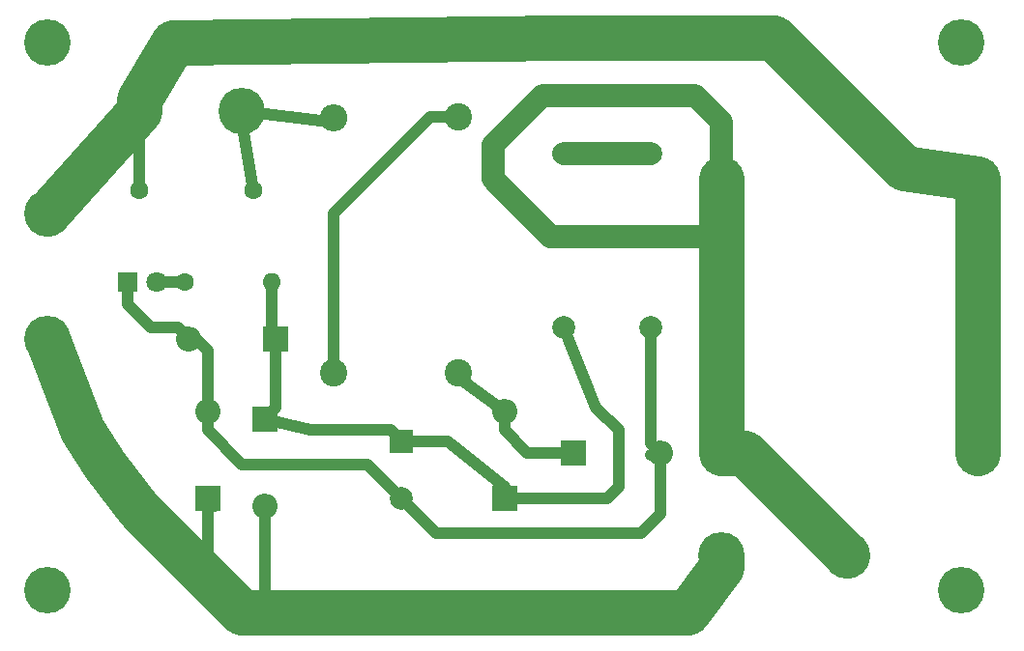
<source format=gbr>
G04 #@! TF.FileFunction,Copper,L2,Bot,Signal*
%FSLAX46Y46*%
G04 Gerber Fmt 4.6, Leading zero omitted, Abs format (unit mm)*
G04 Created by KiCad (PCBNEW 4.0.7) date 08/23/20 20:58:51*
%MOMM*%
%LPD*%
G01*
G04 APERTURE LIST*
%ADD10C,0.100000*%
%ADD11C,1.600000*%
%ADD12C,2.400000*%
%ADD13R,2.000000X2.000000*%
%ADD14C,2.000000*%
%ADD15R,2.200000X2.200000*%
%ADD16O,2.200000X2.200000*%
%ADD17R,1.800000X1.800000*%
%ADD18C,1.800000*%
%ADD19C,4.064000*%
%ADD20O,2.400000X2.400000*%
%ADD21O,1.600000X1.600000*%
%ADD22C,1.000000*%
%ADD23C,2.000000*%
%ADD24C,4.000000*%
G04 APERTURE END LIST*
D10*
D11*
X118000000Y-42000000D03*
X108000000Y-42000000D03*
D12*
X136000000Y-58000000D03*
X136000000Y-35500000D03*
D13*
X131000000Y-64000000D03*
D14*
X131000000Y-69000000D03*
D15*
X140000000Y-69000000D03*
D16*
X140000000Y-61380000D03*
D15*
X146000000Y-65000000D03*
D16*
X153620000Y-65000000D03*
D15*
X119000000Y-62000000D03*
D16*
X119000000Y-69620000D03*
D15*
X114000000Y-69000000D03*
D16*
X114000000Y-61380000D03*
D15*
X120000000Y-55000000D03*
D16*
X112380000Y-55000000D03*
D17*
X107000000Y-50000000D03*
D18*
X109540000Y-50000000D03*
D19*
X100000000Y-44000000D03*
X100000000Y-55000000D03*
X108000000Y-35000000D03*
X117000000Y-35000000D03*
X159000000Y-74000000D03*
X170000000Y-74000000D03*
D12*
X125000000Y-58000000D03*
D20*
X125000000Y-35600000D03*
D11*
X112000000Y-50000000D03*
D21*
X119620000Y-50000000D03*
D12*
X159000000Y-41000000D03*
D20*
X181400000Y-41000000D03*
D12*
X159000000Y-65000000D03*
D20*
X181400000Y-65000000D03*
D12*
X159000000Y-57000000D03*
D20*
X181400000Y-57000000D03*
D12*
X159000000Y-49000000D03*
D20*
X181400000Y-49000000D03*
D14*
X145200000Y-54000000D03*
X145200000Y-38760000D03*
X145200000Y-28600000D03*
X145200000Y-33680000D03*
X152800000Y-54000000D03*
X152800000Y-33680000D03*
X152800000Y-38760000D03*
X152800000Y-28600000D03*
D19*
X180000000Y-77000000D03*
X180000000Y-29000000D03*
X100000000Y-29000000D03*
X100000000Y-77000000D03*
D22*
X117000000Y-35000000D02*
X117000000Y-36000000D01*
X117000000Y-36000000D02*
X118000000Y-42000000D01*
X117000000Y-35000000D02*
X124600000Y-36000000D01*
X124600000Y-36000000D02*
X125000000Y-35600000D01*
D23*
X117400000Y-34600000D02*
X117000000Y-35000000D01*
D24*
X181400000Y-57000000D02*
X181400000Y-65000000D01*
X181400000Y-49000000D02*
X181400000Y-57000000D01*
X181400000Y-41000000D02*
X181400000Y-49000000D01*
X152800000Y-28600000D02*
X163600000Y-28600000D01*
X163600000Y-28600000D02*
X175000000Y-40000000D01*
X175000000Y-40000000D02*
X181400000Y-41000000D01*
X145200000Y-28600000D02*
X152800000Y-28600000D01*
X108000000Y-35000000D02*
X108000000Y-34000000D01*
X108000000Y-34000000D02*
X111000000Y-29000000D01*
X111000000Y-29000000D02*
X145200000Y-28600000D01*
D22*
X108000000Y-35000000D02*
X108000000Y-42000000D01*
D24*
X108000000Y-35000000D02*
X108000000Y-34000000D01*
X100000000Y-44000000D02*
X108000000Y-35000000D01*
D22*
X140000000Y-61380000D02*
X140000000Y-63000000D01*
X142000000Y-65000000D02*
X146000000Y-65000000D01*
X140000000Y-63000000D02*
X142000000Y-65000000D01*
X136000000Y-58000000D02*
X136000000Y-58380000D01*
X136000000Y-58380000D02*
X140000000Y-61380000D01*
X136000000Y-35500000D02*
X133500000Y-35500000D01*
X125000000Y-44000000D02*
X125000000Y-58000000D01*
X133500000Y-35500000D02*
X125000000Y-44000000D01*
X120000000Y-55000000D02*
X120000000Y-61000000D01*
X120000000Y-61000000D02*
X119000000Y-62000000D01*
X119620000Y-50000000D02*
X119620000Y-54620000D01*
X119620000Y-54620000D02*
X120000000Y-55000000D01*
X145200000Y-54000000D02*
X148000000Y-61000000D01*
X149000000Y-69000000D02*
X140000000Y-69000000D01*
X150000000Y-68000000D02*
X149000000Y-69000000D01*
X150000000Y-63000000D02*
X150000000Y-68000000D01*
X148000000Y-61000000D02*
X150000000Y-63000000D01*
X119000000Y-62000000D02*
X123000000Y-63000000D01*
X123000000Y-63000000D02*
X130000000Y-63000000D01*
X130000000Y-63000000D02*
X131000000Y-64000000D01*
X131000000Y-64000000D02*
X135000000Y-64000000D01*
X135000000Y-64000000D02*
X140000000Y-68000000D01*
X140000000Y-68000000D02*
X140000000Y-69000000D01*
X153620000Y-65000000D02*
X153620000Y-70380000D01*
X134000000Y-72000000D02*
X131000000Y-69000000D01*
X152000000Y-72000000D02*
X134000000Y-72000000D01*
X153620000Y-70380000D02*
X152000000Y-72000000D01*
X107000000Y-50000000D02*
X107000000Y-52000000D01*
X111380000Y-54000000D02*
X112380000Y-55000000D01*
X109000000Y-54000000D02*
X111380000Y-54000000D01*
X107000000Y-52000000D02*
X109000000Y-54000000D01*
X112380000Y-55000000D02*
X113000000Y-55000000D01*
X113000000Y-55000000D02*
X114000000Y-56000000D01*
X114000000Y-56000000D02*
X114000000Y-61380000D01*
X152800000Y-54000000D02*
X152800000Y-64180000D01*
X152800000Y-64180000D02*
X153620000Y-65000000D01*
X114000000Y-61380000D02*
X114000000Y-63000000D01*
X114000000Y-63000000D02*
X117000000Y-66000000D01*
X117000000Y-66000000D02*
X128000000Y-66000000D01*
X128000000Y-66000000D02*
X131000000Y-69000000D01*
X152800000Y-65180000D02*
X153620000Y-65000000D01*
X119000000Y-69620000D02*
X119000000Y-79000000D01*
X119000000Y-79000000D02*
X119000000Y-76000000D01*
X119000000Y-76000000D02*
X119000000Y-79000000D01*
X119000000Y-79000000D02*
X118000000Y-78000000D01*
X118000000Y-78000000D02*
X117000000Y-78000000D01*
X117000000Y-78000000D02*
X117000000Y-79000000D01*
X114000000Y-69000000D02*
X114000000Y-74000000D01*
X114000000Y-74000000D02*
X113000000Y-75000000D01*
D24*
X100000000Y-55000000D02*
X103000000Y-63000000D01*
X103000000Y-63000000D02*
X105000000Y-66000000D01*
X105000000Y-66000000D02*
X108000000Y-70000000D01*
X108000000Y-70000000D02*
X113000000Y-75000000D01*
X113000000Y-75000000D02*
X113000000Y-75000000D01*
X156000000Y-79000000D02*
X159000000Y-75000000D01*
X113000000Y-75000000D02*
X117000000Y-79000000D01*
X117000000Y-79000000D02*
X156000000Y-79000000D01*
X159000000Y-75000000D02*
X159000000Y-74000000D01*
D22*
X114620000Y-69620000D02*
X114000000Y-69000000D01*
X109540000Y-50000000D02*
X112000000Y-50000000D01*
D23*
X145200000Y-33680000D02*
X143320000Y-33680000D01*
X143320000Y-33680000D02*
X139000000Y-38000000D01*
X139000000Y-38000000D02*
X139000000Y-41000000D01*
X139000000Y-41000000D02*
X144000000Y-46000000D01*
X144000000Y-46000000D02*
X159000000Y-46000000D01*
X152800000Y-33680000D02*
X156680000Y-33680000D01*
X156680000Y-33680000D02*
X159000000Y-36000000D01*
X159000000Y-36000000D02*
X159000000Y-41000000D01*
D24*
X159000000Y-49000000D02*
X159000000Y-57000000D01*
X159000000Y-41000000D02*
X159000000Y-46000000D01*
X159000000Y-46000000D02*
X159000000Y-49000000D01*
X159000000Y-57000000D02*
X159000000Y-65000000D01*
X159000000Y-65000000D02*
X161000000Y-65000000D01*
X161000000Y-65000000D02*
X170000000Y-74000000D01*
D23*
X152800000Y-33680000D02*
X145200000Y-33680000D01*
X152800000Y-33680000D02*
X153320000Y-33680000D01*
X152800000Y-38760000D02*
X145200000Y-38760000D01*
M02*

</source>
